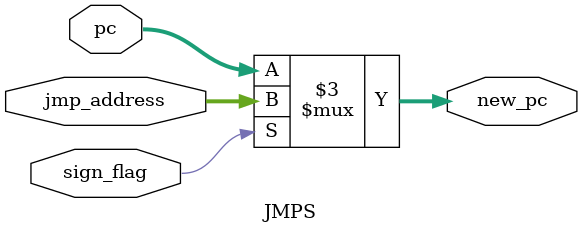
<source format=v>
module JMPS (
    input wire [19:0] pc,
    input wire sign_flag, // Sign flag (1 if negative, 0 otherwise)
    input wire [19:0] jmp_address, //Address receieved from GPR
    output reg [19:0] new_pc  //new program counter after JMPS operation
);

always @(*) begin
    if (sign_flag) begin
        // if the sign flag is set, perform the jump
        new_pc = jmp_address;
    end else begin
        // otherwise, continue with the current program counter
        new_pc = pc;
    end
end

endmodule

</source>
